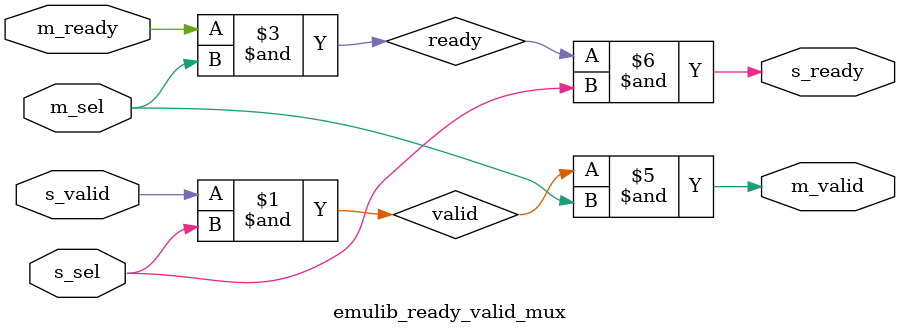
<source format=v>
`resetall
`timescale 1ns / 1ps
`default_nettype none

module emulib_ready_valid_mux #(
    parameter   NUM_S   = 1,
    parameter   NUM_M   = 1
)(
    input  wire [NUM_S-1:0]     s_valid,
    output wire [NUM_S-1:0]     s_ready,
    input  wire [NUM_S-1:0]     s_sel,

    output wire [NUM_M-1:0]     m_valid,
    input  wire [NUM_M-1:0]     m_ready,
    input  wire [NUM_S-1:0]     m_sel
);

    wire valid = |(s_valid & s_sel);
    wire ready = |(m_ready & m_sel);

    assign m_valid = {NUM_M{valid}} & m_sel;
    assign s_ready = {NUM_S{ready}} & s_sel;

endmodule

`resetall

</source>
